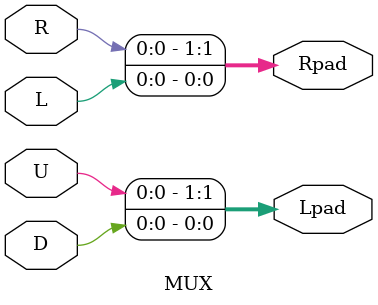
<source format=v>
`timescale 1ns / 1ps


module MUX(
input wire R,
input wire L,
input wire U,
input wire D,
output wire [1:0] Lpad,
output wire [1:0] Rpad
    );

assign Lpad[1] = U;
assign Lpad[0] = D;
assign Rpad[1] = R;
assign Rpad[0] = L;

endmodule

</source>
